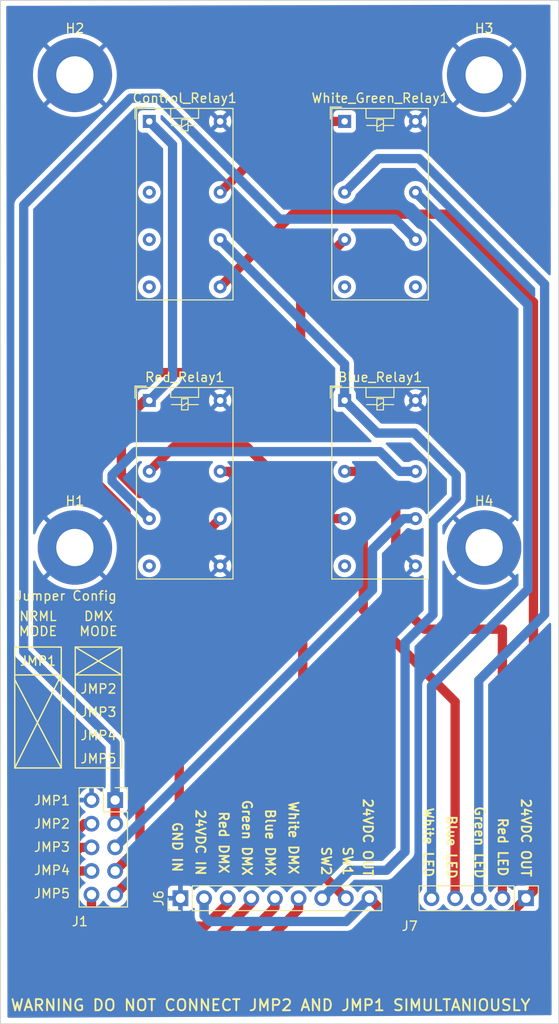
<source format=kicad_pcb>
(kicad_pcb (version 20221018) (generator pcbnew)
  (layers (0 "F.Cu" signal) (31 "B.Cu" signal) (34 "B.Paste" user) (35 "F.Paste" user) (36 "B.SilkS" user "B.Silkscreen") (37 "F.SilkS" user "F.Silkscreen") (38 "B.Mask" user) (39 "F.Mask" user) (44 "Edge.Cuts" user))
  (net 0 "")
  (net 1 "GND")
  (net 2 "RedLED")
  (net 3 "RedDMX")
  (net 4 "RedSwitch")
  (net 5 "WhiteLED")
  (net 6 "WhiteDMX")
  (net 7 "BlueLED")
  (net 8 "BlueDMX")
  (net 9 "BlueSwitch")
  (net 10 "+24V")
  (net 11 "GreenDMX")
  (net 12 "GreenLED")
  (net 13 "Net-(Blue_Relay1-Pad6)")
  (net 15 "BlueSource")
  (net 16 "Net-(Blue_Relay1-Pad13)")
  (net 20 "Net-(Control_Relay1-Pad13)")
  (net 22 "RedSource")
  (net 23 "GreenSource")
  (net 26 "WhiteSource")
  (footprint "MountingHole:MountingHole_4mm_Pad" (layer "F.Cu") (at 98 48)
    (fp_text reference "H2" (at 0 -5) (layer "F.SilkS"))
    (fp_text value "MountingHole_Pad")
    (pad "1" thru_hole circle (at 0 0) (size 8 8) (drill 4) (layers "*.Cu" "*.Mask") (net 1 "GND"))
  )
  (footprint "Relay_THT:Relay_DPDT_Omron_G5V-2" (layer "F.Cu") (at 127 53)
    (fp_text reference "White_Green_Relay1" (at 3.81 -2.5) (layer "F.SilkS"))
    (fp_text value "G5V-2")
    (fp_line (start -1.54 -1.55) (end -0.33 -1.55) (stroke (width 0.12)) (layer "F.SilkS"))
    (fp_line (start -1.54 -0.25) (end -1.54 -1.55) (stroke (width 0.12)) (layer "F.SilkS"))
    (fp_line (start -1.38 -1.4) (end -1.38 19.19) (stroke (width 0.12)) (layer "F.SilkS"))
    (fp_line (start -1.38 19.19) (end 9 19.19) (stroke (width 0.12)) (layer "F.SilkS"))
    (fp_line (start 2.3 -1.4) (end 2.3 -0.36) (stroke (width 0.12)) (layer "F.SilkS"))
    (fp_line (start 2.3 -0.34) (end 5.3 -0.34) (stroke (width 0.12)) (layer "F.SilkS"))
    (fp_line (start 3.47 -0.19) (end 3.47 1.01) (stroke (width 0.12)) (layer "F.SilkS"))
    (fp_line (start 3.47 0.44) (end 2.37 0.44) (stroke (width 0.12)) (layer "F.SilkS"))
    (fp_line (start 3.47 0.61) (end 4.17 0.21) (stroke (width 0.12)) (layer "F.SilkS"))
    (fp_line (start 3.47 1.01) (end 4.17 1.01) (stroke (width 0.12)) (layer "F.SilkS"))
    (fp_line (start 4.17 -0.19) (end 3.47 -0.19) (stroke (width 0.12)) (layer "F.SilkS"))
    (fp_line (start 4.17 0.44) (end 5.27 0.44) (stroke (width 0.12)) (layer "F.SilkS"))
    (fp_line (start 4.17 1.01) (end 4.17 -0.19) (stroke (width 0.12)) (layer "F.SilkS"))
    (fp_line (start 5.3 -0.34) (end 5.3 -1.4) (stroke (width 0.12)) (layer "F.SilkS"))
    (fp_line (start 9 -1.4) (end -1.38 -1.4) (stroke (width 0.12)) (layer "F.SilkS"))
    (fp_line (start 9 19.19) (end 9 -1.4) (stroke (width 0.12)) (layer "F.SilkS"))
    (pad "1" thru_hole rect (at 0 0) (size 1.4 1.4) (drill 0.7) (layers "*.Cu" "*.Mask") (net 20 "Net-(Control_Relay1-Pad13)"))
    (pad "4" thru_hole circle (at 0 7.62) (size 1.4 1.4) (drill 0.7) (layers "*.Cu" "*.Mask") (net 12 "GreenLED"))
    (pad "6" thru_hole circle (at 0 12.7) (size 1.4 1.4) (drill 0.7) (layers "*.Cu" "*.Mask") (net 23 "GreenSource"))
    (pad "8" thru_hole circle (at 0 17.78) (size 1.4 1.4) (drill 0.7) (layers "*.Cu" "*.Mask"))
    (pad "9" thru_hole circle (at 7.62 17.78) (size 1.4 1.4) (drill 0.7) (layers "*.Cu" "*.Mask"))
    (pad "11" thru_hole circle (at 7.62 12.7) (size 1.4 1.4) (drill 0.7) (layers "*.Cu" "*.Mask") (net 26 "WhiteSource"))
    (pad "13" thru_hole circle (at 7.62 7.62) (size 1.4 1.4) (drill 0.7) (layers "*.Cu" "*.Mask") (net 5 "WhiteLED"))
    (pad "16" thru_hole circle (at 7.62 0) (size 1.4 1.4) (drill 0.7) (layers "*.Cu" "*.Mask") (net 1 "GND"))
  )
  (footprint "MountingHole:MountingHole_4mm_Pad" (layer "F.Cu") (at 98 98.8)
    (fp_text reference "H1" (at 0 -5) (layer "F.SilkS"))
    (fp_text value "MountingHole_Pad")
    (pad "1" thru_hole circle (at 0 0) (size 8 8) (drill 4) (layers "*.Cu" "*.Mask") (net 1 "GND"))
  )
  (footprint "MountingHole:MountingHole_4mm_Pad" (layer "F.Cu") (at 142 98.8)
    (fp_text reference "H4" (at 0 -5) (layer "F.SilkS"))
    (fp_text value "MountingHole_Pad")
    (pad "1" thru_hole circle (at 0 0) (size 8 8) (drill 4) (layers "*.Cu" "*.Mask") (net 1 "GND"))
  )
  (footprint "Connector_PinSocket_2.54mm:PinSocket_2x05_P2.54mm_Vertical" (layer "F.Cu") (at 102.3277 125.95)
    (fp_text reference "J1" (at -3.79 13.05) (layer "F.SilkS"))
    (fp_text value "Jumpers")
    (fp_line (start -3.87 -1.33) (end -3.87 11.49) (stroke (width 0.12)) (layer "F.SilkS"))
    (fp_line (start -3.87 -1.33) (end -1.27 -1.33) (stroke (width 0.12)) (layer "F.SilkS"))
    (fp_line (start -3.87 11.49) (end 1.33 11.49) (stroke (width 0.12)) (layer "F.SilkS"))
    (fp_line (start -1.27 -1.33) (end -1.27 1.27) (stroke (width 0.12)) (layer "F.SilkS"))
    (fp_line (start -1.27 1.27) (end 1.33 1.27) (stroke (width 0.12)) (layer "F.SilkS"))
    (fp_line (start 0 -1.33) (end 1.33 -1.33) (stroke (width 0.12)) (layer "F.SilkS"))
    (fp_line (start 1.33 -1.33) (end 1.33 0) (stroke (width 0.12)) (layer "F.SilkS"))
    (fp_line (start 1.33 1.27) (end 1.33 11.49) (stroke (width 0.12)) (layer "F.SilkS"))
    (pad "1a" thru_hole oval (at -2.54 0) (size 1.7 1.7) (drill 1) (layers "*.Cu" "*.Mask") (net 1 "GND"))
    (pad "1b" thru_hole rect (at 0 0) (size 1.7 1.7) (drill 1) (layers "*.Cu" "*.Mask") (net 26 "WhiteSource"))
    (pad "2a" thru_hole oval (at -2.54 2.54) (size 1.7 1.7) (drill 1) (layers "*.Cu" "*.Mask") (net 6 "WhiteDMX"))
    (pad "2b" thru_hole oval (at 0 2.54) (size 1.7 1.7) (drill 1) (layers "*.Cu" "*.Mask") (net 26 "WhiteSource"))
    (pad "3a" thru_hole oval (at -2.54 5.08) (size 1.7 1.7) (drill 1) (layers "*.Cu" "*.Mask") (net 8 "BlueDMX"))
    (pad "3b" thru_hole oval (at 0 5.08) (size 1.7 1.7) (drill 1) (layers "*.Cu" "*.Mask") (net 15 "BlueSource"))
    (pad "4a" thru_hole oval (at -2.54 7.62) (size 1.7 1.7) (drill 1) (layers "*.Cu" "*.Mask") (net 11 "GreenDMX"))
    (pad "4b" thru_hole oval (at 0 7.62) (size 1.7 1.7) (drill 1) (layers "*.Cu" "*.Mask") (net 23 "GreenSource"))
    (pad "5a" thru_hole oval (at -2.54 10.16) (size 1.7 1.7) (drill 1) (layers "*.Cu" "*.Mask") (net 3 "RedDMX"))
    (pad "5b" thru_hole oval (at 0 10.16) (size 1.7 1.7) (drill 1) (layers "*.Cu" "*.Mask") (net 22 "RedSource"))
  )
  (footprint "Connector_PinHeader_2.54mm:PinHeader_1x05_P2.54mm_Vertical" (layer "F.Cu") (at 146.5 136.5 -90)
    (fp_text reference "J7" (at 3 12.5 180) (layer "F.SilkS"))
    (fp_text value "LEDOUTPUTS")
    (fp_line (start -1.33 -1.33) (end 0 -1.33) (stroke (width 0.12)) (layer "F.SilkS"))
    (fp_line (start -1.33 0) (end -1.33 -1.33) (stroke (width 0.12)) (layer "F.SilkS"))
    (fp_line (start -1.33 1.27) (end -1.33 11.49) (stroke (width 0.12)) (layer "F.SilkS"))
    (fp_line (start -1.33 1.27) (end 1.33 1.27) (stroke (width 0.12)) (layer "F.SilkS"))
    (fp_line (start -1.33 11.49) (end 1.33 11.49) (stroke (width 0.12)) (layer "F.SilkS"))
    (fp_line (start 1.33 1.27) (end 1.33 11.49) (stroke (width 0.12)) (layer "F.SilkS"))
    (pad "1" thru_hole rect (at 0 0 270) (size 1.7 1.7) (drill 1) (layers "*.Cu" "*.Mask") (net 10 "+24V"))
    (pad "2" thru_hole oval (at 0 2.54 270) (size 1.7 1.7) (drill 1) (layers "*.Cu" "*.Mask") (net 2 "RedLED"))
    (pad "3" thru_hole oval (at 0 5.08 270) (size 1.7 1.7) (drill 1) (layers "*.Cu" "*.Mask") (net 12 "GreenLED"))
    (pad "4" thru_hole oval (at 0 7.62 270) (size 1.7 1.7) (drill 1) (layers "*.Cu" "*.Mask") (net 7 "BlueLED"))
    (pad "5" thru_hole oval (at 0 10.16 270) (size 1.7 1.7) (drill 1) (layers "*.Cu" "*.Mask") (net 5 "WhiteLED"))
  )
  (footprint "Relay_THT:Relay_DPDT_Omron_G5V-2" (layer "F.Cu") (at 106 83)
    (fp_text reference "Red_Relay1" (at 3.81 -2.5) (layer "F.SilkS"))
    (fp_text value "G5V-2")
    (fp_line (start -1.54 -1.55) (end -0.33 -1.55) (stroke (width 0.12)) (layer "F.SilkS"))
    (fp_line (start -1.54 -0.25) (end -1.54 -1.55) (stroke (width 0.12)) (layer "F.SilkS"))
    (fp_line (start -1.38 -1.4) (end -1.38 19.19) (stroke (width 0.12)) (layer "F.SilkS"))
    (fp_line (start -1.38 19.19) (end 9 19.19) (stroke (width 0.12)) (layer "F.SilkS"))
    (fp_line (start 2.3 -1.4) (end 2.3 -0.36) (stroke (width 0.12)) (layer "F.SilkS"))
    (fp_line (start 2.3 -0.34) (end 5.3 -0.34) (stroke (width 0.12)) (layer "F.SilkS"))
    (fp_line (start 3.47 -0.19) (end 3.47 1.01) (stroke (width 0.12)) (layer "F.SilkS"))
    (fp_line (start 3.47 0.44) (end 2.37 0.44) (stroke (width 0.12)) (layer "F.SilkS"))
    (fp_line (start 3.47 0.61) (end 4.17 0.21) (stroke (width 0.12)) (layer "F.SilkS"))
    (fp_line (start 3.47 1.01) (end 4.17 1.01) (stroke (width 0.12)) (layer "F.SilkS"))
    (fp_line (start 4.17 -0.19) (end 3.47 -0.19) (stroke (width 0.12)) (layer "F.SilkS"))
    (fp_line (start 4.17 0.44) (end 5.27 0.44) (stroke (width 0.12)) (layer "F.SilkS"))
    (fp_line (start 4.17 1.01) (end 4.17 -0.19) (stroke (width 0.12)) (layer "F.SilkS"))
    (fp_line (start 5.3 -0.34) (end 5.3 -1.4) (stroke (width 0.12)) (layer "F.SilkS"))
    (fp_line (start 9 -1.4) (end -1.38 -1.4) (stroke (width 0.12)) (layer "F.SilkS"))
    (fp_line (start 9 19.19) (end 9 -1.4) (stroke (width 0.12)) (layer "F.SilkS"))
    (pad "1" thru_hole rect (at 0 0) (size 1.4 1.4) (drill 0.7) (layers "*.Cu" "*.Mask") (net 4 "RedSwitch"))
    (pad "4" thru_hole circle (at 0 7.62) (size 1.4 1.4) (drill 0.7) (layers "*.Cu" "*.Mask") (net 7 "BlueLED"))
    (pad "6" thru_hole circle (at 0 12.7) (size 1.4 1.4) (drill 0.7) (layers "*.Cu" "*.Mask") (net 16 "Net-(Blue_Relay1-Pad13)"))
    (pad "8" thru_hole circle (at 0 17.78) (size 1.4 1.4) (drill 0.7) (layers "*.Cu" "*.Mask"))
    (pad "9" thru_hole circle (at 7.62 17.78) (size 1.4 1.4) (drill 0.7) (layers "*.Cu" "*.Mask") (net 1 "GND"))
    (pad "11" thru_hole circle (at 7.62 12.7) (size 1.4 1.4) (drill 0.7) (layers "*.Cu" "*.Mask") (net 22 "RedSource"))
    (pad "13" thru_hole circle (at 7.62 7.62) (size 1.4 1.4) (drill 0.7) (layers "*.Cu" "*.Mask") (net 13 "Net-(Blue_Relay1-Pad6)"))
    (pad "16" thru_hole circle (at 7.62 0) (size 1.4 1.4) (drill 0.7) (layers "*.Cu" "*.Mask") (net 1 "GND"))
  )
  (footprint "Relay_THT:Relay_DPDT_Omron_G5V-2" (layer "F.Cu") (at 106 53)
    (fp_text reference "Control_Relay1" (at 3.81 -2.5) (layer "F.SilkS"))
    (fp_text value "G5V-2")
    (fp_line (start -1.54 -1.55) (end -0.33 -1.55) (stroke (width 0.12)) (layer "F.SilkS"))
    (fp_line (start -1.54 -0.25) (end -1.54 -1.55) (stroke (width 0.12)) (layer "F.SilkS"))
    (fp_line (start -1.38 -1.4) (end -1.38 19.19) (stroke (width 0.12)) (layer "F.SilkS"))
    (fp_line (start -1.38 19.19) (end 9 19.19) (stroke (width 0.12)) (layer "F.SilkS"))
    (fp_line (start 2.3 -1.4) (end 2.3 -0.36) (stroke (width 0.12)) (layer "F.SilkS"))
    (fp_line (start 2.3 -0.34) (end 5.3 -0.34) (stroke (width 0.12)) (layer "F.SilkS"))
    (fp_line (start 3.47 -0.19) (end 3.47 1.01) (stroke (width 0.12)) (layer "F.SilkS"))
    (fp_line (start 3.47 0.44) (end 2.37 0.44) (stroke (width 0.12)) (layer "F.SilkS"))
    (fp_line (start 3.47 0.61) (end 4.17 0.21) (stroke (width 0.12)) (layer "F.SilkS"))
    (fp_line (start 3.47 1.01) (end 4.17 1.01) (stroke (width 0.12)) (layer "F.SilkS"))
    (fp_line (start 4.17 -0.19) (end 3.47 -0.19) (stroke (width 0.12)) (layer "F.SilkS"))
    (fp_line (start 4.17 0.44) (end 5.27 0.44) (stroke (width 0.12)) (layer "F.SilkS"))
    (fp_line (start 4.17 1.01) (end 4.17 -0.19) (stroke (width 0.12)) (layer "F.SilkS"))
    (fp_line (start 5.3 -0.34) (end 5.3 -1.4) (stroke (width 0.12)) (layer "F.SilkS"))
    (fp_line (start 9 -1.4) (end -1.38 -1.4) (stroke (width 0.12)) (layer "F.SilkS"))
    (fp_line (start 9 19.19) (end 9 -1.4) (stroke (width 0.12)) (layer "F.SilkS"))
    (pad "1" thru_hole rect (at 0 0) (size 1.4 1.4) (drill 0.7) (layers "*.Cu" "*.Mask") (net 4 "RedSwitch"))
    (pad "4" thru_hole circle (at 0 7.62) (size 1.4 1.4) (drill 0.7) (layers "*.Cu" "*.Mask"))
    (pad "6" thru_hole circle (at 0 12.7) (size 1.4 1.4) (drill 0.7) (layers "*.Cu" "*.Mask"))
    (pad "8" thru_hole circle (at 0 17.78) (size 1.4 1.4) (drill 0.7) (layers "*.Cu" "*.Mask"))
    (pad "9" thru_hole circle (at 7.62 17.78) (size 1.4 1.4) (drill 0.7) (layers "*.Cu" "*.Mask") (net 10 "+24V"))
    (pad "11" thru_hole circle (at 7.62 12.7) (size 1.4 1.4) (drill 0.7) (layers "*.Cu" "*.Mask") (net 9 "BlueSwitch"))
    (pad "13" thru_hole circle (at 7.62 7.62) (size 1.4 1.4) (drill 0.7) (layers "*.Cu" "*.Mask") (net 20 "Net-(Control_Relay1-Pad13)"))
    (pad "16" thru_hole circle (at 7.62 0) (size 1.4 1.4) (drill 0.7) (layers "*.Cu" "*.Mask") (net 1 "GND"))
  )
  (footprint "MountingHole:MountingHole_4mm_Pad" (layer "F.Cu") (at 142 48)
    (fp_text reference "H3" (at 0 -5) (layer "F.SilkS"))
    (fp_text value "MountingHole_Pad")
    (pad "1" thru_hole circle (at 0 0) (size 8 8) (drill 4) (layers "*.Cu" "*.Mask") (net 1 "GND"))
  )
  (footprint "Relay_THT:Relay_DPDT_Omron_G5V-2" (layer "F.Cu") (at 127 83)
    (fp_text reference "Blue_Relay1" (at 3.81 -2.5) (layer "F.SilkS"))
    (fp_text value "G5V-2")
    (fp_line (start -1.54 -1.55) (end -0.33 -1.55) (stroke (width 0.12)) (layer "F.SilkS"))
    (fp_line (start -1.54 -0.25) (end -1.54 -1.55) (stroke (width 0.12)) (layer "F.SilkS"))
    (fp_line (start -1.38 -1.4) (end -1.38 19.19) (stroke (width 0.12)) (layer "F.SilkS"))
    (fp_line (start -1.38 19.19) (end 9 19.19) (stroke (width 0.12)) (layer "F.SilkS"))
    (fp_line (start 2.3 -1.4) (end 2.3 -0.36) (stroke (width 0.12)) (layer "F.SilkS"))
    (fp_line (start 2.3 -0.34) (end 5.3 -0.34) (stroke (width 0.12)) (layer "F.SilkS"))
    (fp_line (start 3.47 -0.19) (end 3.47 1.01) (stroke (width 0.12)) (layer "F.SilkS"))
    (fp_line (start 3.47 0.44) (end 2.37 0.44) (stroke (width 0.12)) (layer "F.SilkS"))
    (fp_line (start 3.47 0.61) (end 4.17 0.21) (stroke (width 0.12)) (layer "F.SilkS"))
    (fp_line (start 3.47 1.01) (end 4.17 1.01) (stroke (width 0.12)) (layer "F.SilkS"))
    (fp_line (start 4.17 -0.19) (end 3.47 -0.19) (stroke (width 0.12)) (layer "F.SilkS"))
    (fp_line (start 4.17 0.44) (end 5.27 0.44) (stroke (width 0.12)) (layer "F.SilkS"))
    (fp_line (start 4.17 1.01) (end 4.17 -0.19) (stroke (width 0.12)) (layer "F.SilkS"))
    (fp_line (start 5.3 -0.34) (end 5.3 -1.4) (stroke (width 0.12)) (layer "F.SilkS"))
    (fp_line (start 9 -1.4) (end -1.38 -1.4) (stroke (width 0.12)) (layer "F.SilkS"))
    (fp_line (start 9 19.19) (end 9 -1.4) (stroke (width 0.12)) (layer "F.SilkS"))
    (pad "1" thru_hole rect (at 0 0) (size 1.4 1.4) (drill 0.7) (layers "*.Cu" "*.Mask") (net 9 "BlueSwitch"))
    (pad "4" thru_hole circle (at 0 7.62) (size 1.4 1.4) (drill 0.7) (layers "*.Cu" "*.Mask") (net 2 "RedLED"))
    (pad "6" thru_hole circle (at 0 12.7) (size 1.4 1.4) (drill 0.7) (layers "*.Cu" "*.Mask") (net 13 "Net-(Blue_Relay1-Pad6)"))
    (pad "8" thru_hole circle (at 0 17.78) (size 1.4 1.4) (drill 0.7) (layers "*.Cu" "*.Mask"))
    (pad "9" thru_hole circle (at 7.62 17.78) (size 1.4 1.4) (drill 0.7) (layers "*.Cu" "*.Mask") (net 1 "GND"))
    (pad "11" thru_hole circle (at 7.62 12.7) (size 1.4 1.4) (drill 0.7) (layers "*.Cu" "*.Mask") (net 15 "BlueSource"))
    (pad "13" thru_hole circle (at 7.62 7.62) (size 1.4 1.4) (drill 0.7) (layers "*.Cu" "*.Mask") (net 16 "Net-(Blue_Relay1-Pad13)"))
    (pad "16" thru_hole circle (at 7.62 0) (size 1.4 1.4) (drill 0.7) (layers "*.Cu" "*.Mask") (net 1 "GND"))
  )
  (footprint "Connector_PinHeader_2.54mm:PinHeader_1x09_P2.54mm_Vertical" (layer "F.Cu") (at 109.35 136.5 90)
    (fp_text reference "J6" (at 0 -2.33 90) (layer "F.SilkS"))
    (fp_text value "DMXINPUTS")
    (fp_line (start -1.33 -1.33) (end 0 -1.33) (stroke (width 0.12)) (layer "F.SilkS"))
    (fp_line (start -1.33 0) (end -1.33 -1.33) (stroke (width 0.12)) (layer "F.SilkS"))
    (fp_line (start -1.33 1.27) (end -1.33 21.65) (stroke (width 0.12)) (layer "F.SilkS"))
    (fp_line (start -1.33 1.27) (end 1.33 1.27) (stroke (width 0.12)) (layer "F.SilkS"))
    (fp_line (start -1.33 21.65) (end 1.33 21.65) (stroke (width 0.12)) (layer "F.SilkS"))
    (fp_line (start 1.33 1.27) (end 1.33 21.65) (stroke (width 0.12)) (layer "F.SilkS"))
    (pad "1" thru_hole rect (at 0 0 90) (size 1.7 1.7) (drill 1) (layers "*.Cu" "*.Mask") (net 1 "GND"))
    (pad "2" thru_hole oval (at 0 2.54 90) (size 1.7 1.7) (drill 1) (layers "*.Cu" "*.Mask") (net 10 "+24V"))
    (pad "3" thru_hole oval (at 0 5.08 90) (size 1.7 1.7) (drill 1) (layers "*.Cu" "*.Mask") (net 3 "RedDMX"))
    (pad "4" thru_hole oval (at 0 7.62 90) (size 1.7 1.7) (drill 1) (layers "*.Cu" "*.Mask") (net 11 "GreenDMX"))
    (pad "5" thru_hole oval (at 0 10.16 90) (size 1.7 1.7) (drill 1) (layers "*.Cu" "*.Mask") (net 8 "BlueDMX"))
    (pad "6" thru_hole oval (at 0 12.7 90) (size 1.7 1.7) (drill 1) (layers "*.Cu" "*.Mask") (net 6 "WhiteDMX"))
    (pad "7" thru_hole oval (at 0 15.24 90) (size 1.7 1.7) (drill 1) (layers "*.Cu" "*.Mask") (net 9 "BlueSwitch"))
    (pad "8" thru_hole oval (at 0 17.78 90) (size 1.7 1.7) (drill 1) (layers "*.Cu" "*.Mask") (net 4 "RedSwitch"))
    (pad "9" thru_hole oval (at 0 20.32 90) (size 1.7 1.7) (drill 1) (layers "*.Cu" "*.Mask") (net 10 "+24V"))
  )
  (gr_rect (start 91.5377 109.5) (end 96.5377 122.5) (stroke (width 0.15)) (fill none) (layer "F.SilkS"))
  (gr_line (start 91.5377 113) (end 96.5377 122.5) (stroke (width 0.15)) (layer "F.SilkS"))
  (gr_line (start 103.0377 112.5) (end 98.0377 109.5) (stroke (width 0.15)) (layer "F.SilkS"))
  (gr_line (start 96.5377 112.5) (end 91.5377 122.5) (stroke (width 0.15)) (layer "F.SilkS"))
  (gr_line (start 98.0377 112.5) (end 103.0377 109.5) (stroke (width 0.15)) (layer "F.SilkS"))
  (gr_line (start 91.5377 112.5) (end 96.5377 112.5) (stroke (width 0.15)) (layer "F.SilkS"))
  (gr_line (start 98.0377 112.5) (end 103.0377 112.5) (stroke (width 0.15)) (layer "F.SilkS"))
  (gr_rect (start 98.0377 109.5) (end 103.0377 122.5) (stroke (width 0.15)) (fill none) (layer "F.SilkS"))
  (gr_rect (start 90 40) (end 150 150) (stroke (width 0.1)) (fill none) (layer "Edge.Cuts"))
  (gr_text "JMP5" (at 95.5377 136) (layer "F.SilkS") (effects (font (size 1 1))))
  (gr_text "Green DMX\n" (at 116.5 130 270) (layer "F.SilkS") (effects (font (size 1 1) (thickness 0.2))))
  (gr_text "SW2" (at 125.0173 132.5 270) (layer "F.SilkS") (effects (font (size 1 1) (thickness 0.2))))
  (gr_text "NRML\nMODE" (at 94.0377 107) (layer "F.SilkS") (effects (font (size 1 1))))
  (gr_text "JMP3" (at 100.5377 116.5) (layer "F.SilkS") (effects (font (size 1 1))))
  (gr_text "Red DMX" (at 114 130.5 270) (layer "F.SilkS") (effects (font (size 1 1) (thickness 0.2))))
  (gr_text "Blue LED" (at 138.5 131 270) (layer "F.SilkS") (effects (font (size 1 1) (thickness 0.2))))
  (gr_text "24VDC OUT" (at 129.5 130 270) (layer "F.SilkS") (effects (font (size 1 1) (thickness 0.2))))
  (gr_text "DMX\nMODE" (at 100.5377 107) (layer "F.SilkS") (effects (font (size 1 1))))
  (gr_text "Green LED" (at 141.5 130.5 270) (layer "F.SilkS") (effects (font (size 1 1) (thickness 0.2))))
  (gr_text "SW1\n\n" (at 126.5173 132.5 270) (layer "F.SilkS") (effects (font (size 1 1) (thickness 0.2))))
  (gr_text "White LED\n" (at 136 130.5 270) (layer "F.SilkS") (effects (font (size 1 1) (thickness 0.2))))
  (gr_text "WARNING DO NOT CONNECT JMP2 AND JMP1 SIMULTANIOUSLY" (at 119.0377 148) (layer "F.SilkS") (effects (font (size 1.2 1.2) (thickness 0.2))))
  (gr_text "Blue DMX\n" (at 119 130.5 270) (layer "F.SilkS") (effects (font (size 1 1) (thickness 0.2))))
  (gr_text "White DMX\n" (at 121.5 130 270) (layer "F.SilkS") (effects (font (size 1 1) (thickness 0.2))))
  (gr_text "JMP4" (at 95.5377 133.5) (layer "F.SilkS") (effects (font (size 1 1))))
  (gr_text "GND IN" (at 109 131 270) (layer "F.SilkS") (effects (font (size 1 1) (thickness 0.2))))
  (gr_text "24VDC OUT" (at 146.5 130 270) (layer "F.SilkS") (effects (font (size 1 1) (thickness 0.2))))
  (gr_text "Jumper Config\n" (at 97.0377 104) (layer "F.SilkS") (effects (font (size 1 1))))
  (gr_text "Red LED\n" (at 144 131 270) (layer "F.SilkS") (effects (font (size 1 1) (thickness 0.2))))
  (gr_text "JMP5" (at 100.5377 121.5) (layer "F.SilkS") (effects (font (size 1 1))))
  (gr_text "JMP2" (at 100.5377 114) (layer "F.SilkS") (effects (font (size 1 1))))
  (gr_text "24VDC IN\n" (at 111.5 130.5 270) (layer "F.SilkS") (effects (font (size 1 1) (thickness 0.2))))
  (gr_text "JMP2" (at 95.5377 128.5) (layer "F.SilkS") (effects (font (size 1 1))))
  (gr_text "JMP4" (at 100.5377 119) (layer "F.SilkS") (effects (font (size 1 1))))
  (gr_text "JMP3" (at 95.5377 131) (layer "F.SilkS") (effects (font (size 1 1))))
  (gr_text "JMP1" (at 94.0377 111) (layer "F.SilkS") (effects (font (size 1 1))))
  (gr_text "JMP1" (at 95.5377 126) (layer "F.SilkS") (effects (font (size 1 1))))
  (segment (start 132.5 104.5) (end 135.58 107.58) (width 1) (layer "F.Cu") (net 2))
  (segment (start 143.96 107.58) (end 143.96 136.5) (width 1) (layer "F.Cu") (net 2))
  (segment (start 130.62 90.62) (end 132.5 92.5) (width 1) (layer "F.Cu") (net 2))
  (segment (start 132.5 92.5) (end 132.5 104.5) (width 1) (layer "F.Cu") (net 2))
  (segment (start 135.58 107.58) (end 143.96 107.58) (width 1) (layer "F.Cu") (net 2))
  (segment (start 127 90.62) (end 130.62 90.62) (width 1) (layer "F.Cu") (net 2))
  (segment (start 99.7877 136.11) (end 99.7877 138.2877) (width 1) (layer "F.Cu") (net 3))
  (segment (start 101 139.5) (end 112 139.5) (width 1) (layer "F.Cu") (net 3))
  (segment (start 112 139.5) (end 114.43 137.07) (width 1) (layer "F.Cu") (net 3))
  (segment (start 99.7877 138.2877) (end 101 139.5) (width 1) (layer "F.Cu") (net 3))
  (segment (start 114.43 137.07) (end 114.43 136.5) (width 1) (layer "F.Cu") (net 3))
  (segment (start 127.13 136.5) (end 122.5 131.87) (width 1) (layer "F.Cu") (net 4))
  (segment (start 103 85.5) (end 105.5 83) (width 1) (layer "F.Cu") (net 4))
  (segment (start 105.5 83) (end 106 83) (width 1) (layer "F.Cu") (net 4))
  (segment (start 122.5 131.87) (end 122.5 101.5) (width 1) (layer "F.Cu") (net 4))
  (segment (start 105 93) (end 103 91) (width 1) (layer "F.Cu") (net 4))
  (segment (start 114 93) (end 105 93) (width 1) (layer "F.Cu") (net 4))
  (segment (start 122.5 101.5) (end 114 93) (width 1) (layer "F.Cu") (net 4))
  (segment (start 103 91) (end 103 85.5) (width 1) (layer "F.Cu") (net 4))
  (segment (start 108.5 80.5) (end 106 83) (width 1) (layer "B.Cu") (net 4))
  (segment (start 106 53) (end 108.5 55.5) (width 1) (layer "B.Cu") (net 4))
  (segment (start 108.5 55.5) (end 108.5 80.5) (width 1) (layer "B.Cu") (net 4))
  (segment (start 134.62 60.62) (end 146.699511 72.699511) (width 1) (layer "B.Cu") (net 5))
  (segment (start 146.699511 103.300489) (end 136.34 113.66) (width 1) (layer "B.Cu") (net 5))
  (segment (start 136.34 113.66) (end 136.34 136.5) (width 1) (layer "B.Cu") (net 5))
  (segment (start 146.699511 72.699511) (end 146.699511 103.300489) (width 1) (layer "B.Cu") (net 5))
  (segment (start 93.5 134) (end 93.5 141) (width 1) (layer "F.Cu") (net 6))
  (segment (start 98 145.5) (end 114.252081 145.5) (width 1) (layer "F.Cu") (net 6))
  (segment (start 93.5 141) (end 98 145.5) (width 1) (layer "F.Cu") (net 6))
  (segment (start 114.252081 145.5) (end 122.05 137.702081) (width 1) (layer "F.Cu") (net 6))
  (segment (start 99.01 128.49) (end 93.5 134) (width 1) (layer "F.Cu") (net 6))
  (segment (start 122.05 137.702081) (end 122.05 136.5) (width 1) (layer "F.Cu") (net 6))
  (segment (start 99.7877 128.49) (end 99.01 128.49) (width 1) (layer "F.Cu") (net 6))
  (segment (start 126.5 92.5) (end 121 92.5) (width 1) (layer "F.Cu") (net 7))
  (segment (start 129 105.5) (end 129 95) (width 1) (layer "F.Cu") (net 7))
  (segment (start 108.62 88) (end 106 90.62) (width 1) (layer "F.Cu") (net 7))
  (segment (start 138.88 115.38) (end 129 105.5) (width 1) (layer "F.Cu") (net 7))
  (segment (start 138.88 136.5) (end 138.88 115.38) (width 1) (layer "F.Cu") (net 7))
  (segment (start 116.5 88) (end 108.62 88) (width 1) (layer "F.Cu") (net 7))
  (segment (start 121 92.5) (end 116.5 88) (width 1) (layer "F.Cu") (net 7))
  (segment (start 129 95) (end 126.5 92.5) (width 1) (layer "F.Cu") (net 7))
  (segment (start 119.51 137.49) (end 113.5 143.5) (width 1) (layer "F.Cu") (net 8))
  (segment (start 99.5677 131.03) (end 99.5377 131) (width 1) (layer "F.Cu") (net 8))
  (segment (start 113.5 143.5) (end 99 143.5) (width 1) (layer "F.Cu") (net 8))
  (segment (start 99 143.5) (end 95.5 140) (width 1) (layer "F.Cu") (net 8))
  (segment (start 98.585619 131.03) (end 99.7877 131.03) (width 1) (layer "F.Cu") (net 8))
  (segment (start 95.5 134.115619) (end 98.585619 131.03) (width 1) (layer "F.Cu") (net 8))
  (segment (start 95.5 140) (end 95.5 134.115619) (width 1) (layer "F.Cu") (net 8))
  (segment (start 119.51 136.5) (end 119.51 137.49) (width 1) (layer "F.Cu") (net 8))
  (segment (start 139 93.5) (end 139 91) (width 1) (layer "B.Cu") (net 9))
  (segment (start 136.5 96) (end 139 93.5) (width 1) (layer "B.Cu") (net 9))
  (segment (start 136.5 106) (end 136.5 96) (width 1) (layer "B.Cu") (net 9))
  (segment (start 133.5 131.5) (end 133.5 109) (width 1) (layer "B.Cu") (net 9))
  (segment (start 127 79.08) (end 113.62 65.7) (width 1) (layer "B.Cu") (net 9))
  (segment (start 139 91) (end 134.5 86.5) (width 1) (layer "B.Cu") (net 9))
  (segment (start 124.59 136.5) (end 127.59 133.5) (width 1) (layer "B.Cu") (net 9))
  (segment (start 133.5 109) (end 136.5 106) (width 1) (layer "B.Cu") (net 9))
  (segment (start 131.5 133.5) (end 133.5 131.5) (width 1) (layer "B.Cu") (net 9))
  (segment (start 130.5 86.5) (end 127 83) (width 1) (layer "B.Cu") (net 9))
  (segment (start 134.5 86.5) (end 130.5 86.5) (width 1) (layer "B.Cu") (net 9))
  (segment (start 127 83) (end 127 79.08) (width 1) (layer "B.Cu") (net 9))
  (segment (start 127.59 133.5) (end 131.5 133.5) (width 1) (layer "B.Cu") (net 9))
  (segment (start 132.17 139) (end 144 139) (width 1) (layer "F.Cu") (net 10))
  (segment (start 129.67 136.5) (end 132.17 139) (width 1) (layer "F.Cu") (net 10))
  (segment (start 147.3 72.425) (end 147.3 135.7) (width 1) (layer "F.Cu") (net 10))
  (segment (start 121.425 62.975) (end 137.85 62.975) (width 1) (layer "F.Cu") (net 10))
  (segment (start 137.85 62.975) (end 147.3 72.425) (width 1) (layer "F.Cu") (net 10))
  (segment (start 113.62 70.78) (end 121.425 62.975) (width 1) (layer "F.Cu") (net 10))
  (segment (start 144 139) (end 146.5 136.5) (width 1) (layer "F.Cu") (net 10))
  (segment (start 147.3 135.7) (end 146.5 136.5) (width 1) (layer "F.Cu") (net 10))
  (segment (start 129.67 136.5) (end 127.17 139) (width 1) (layer "B.Cu") (net 10))
  (segment (start 127.17 139) (end 112.5 139) (width 1) (layer "B.Cu") (net 10))
  (segment (start 112.5 139) (end 111.89 138.39) (width 1) (layer "B.Cu") (net 10))
  (segment (start 111.89 138.39) (end 111.89 136.5) (width 1) (layer "B.Cu") (net 10))
  (segment (start 99.5 141.5) (end 112.5 141.5) (width 1) (layer "F.Cu") (net 11))
  (segment (start 97.5 134.5) (end 97.5 139.5) (width 1) (layer "F.Cu") (net 11))
  (segment (start 98.43 133.57) (end 97.5 134.5) (width 1) (layer "F.Cu") (net 11))
  (segment (start 112.5 141.5) (end 116.97 137.03) (width 1) (layer "F.Cu") (net 11))
  (segment (start 97.5 139.5) (end 99.5 141.5) (width 1) (layer "F.Cu") (net 11))
  (segment (start 99.7877 133.57) (end 98.43 133.57) (width 1) (layer "F.Cu") (net 11))
  (segment (start 116.97 137.03) (end 116.97 136.5) (width 1) (layer "F.Cu") (net 11))
  (segment (start 127 60.62) (end 130.62 57) (width 1) (layer "B.Cu") (net 12))
  (segment (start 130.62 57) (end 135 57) (width 1) (layer "B.Cu") (net 12))
  (segment (start 141.42 113.08) (end 141.42 136.5) (width 1) (layer "B.Cu") (net 12))
  (segment (start 148.5 106) (end 141.42 113.08) (width 1) (layer "B.Cu") (net 12))
  (segment (start 148.5 70.5) (end 148.5 106) (width 1) (layer "B.Cu") (net 12))
  (segment (start 135 57) (end 148.5 70.5) (width 1) (layer "B.Cu") (net 12))
  (segment (start 114.62 90.62) (end 113.62 90.62) (width 1) (layer "F.Cu") (net 13))
  (segment (start 119.7 95.7) (end 114.62 90.62) (width 1) (layer "F.Cu") (net 13))
  (segment (start 127 95.7) (end 119.7 95.7) (width 1) (layer "F.Cu") (net 13))
  (segment (start 134.62 95.7) (end 133.3 95.7) (width 1) (layer "B.Cu") (net 15))
  (segment (start 130 103.3577) (end 102.3277 131.03) (width 1) (layer "B.Cu") (net 15))
  (segment (start 130 99) (end 130 103.3577) (width 1) (layer "B.Cu") (net 15))
  (segment (start 133.3 95.7) (end 130 99) (width 1) (layer "B.Cu") (net 15))
  (segment (start 132.923623 90.62) (end 130.803623 88.5) (width 1) (layer "B.Cu") (net 16))
  (segment (start 134.62 90.62) (end 132.923623 90.62) (width 1) (layer "B.Cu") (net 16))
  (segment (start 102 91.7) (end 106 95.7) (width 1) (layer "B.Cu") (net 16))
  (segment (start 102 91) (end 102 91.7) (width 1) (layer "B.Cu") (net 16))
  (segment (start 104.5 88.5) (end 102 91) (width 1) (layer "B.Cu") (net 16))
  (segment (start 130.803623 88.5) (end 104.5 88.5) (width 1) (layer "B.Cu") (net 16))
  (segment (start 127 53) (end 121.24 53) (width 1) (layer "F.Cu") (net 20))
  (segment (start 121.24 53) (end 113.62 60.62) (width 1) (layer "F.Cu") (net 20))
  (segment (start 109.21885 100.10115) (end 109.21885 129.21885) (width 1) (layer "F.Cu") (net 22))
  (segment (start 113.62 95.7) (end 109.21885 100.10115) (width 1) (layer "F.Cu") (net 22))
  (segment (start 109.21885 129.21885) (end 102.3277 136.11) (width 1) (layer "F.Cu") (net 22))
  (segment (start 103.5 95) (end 100 91.5) (width 1) (layer "F.Cu") (net 23))
  (segment (start 121.05 80) (end 122.275 78.775) (width 1) (layer "F.Cu") (net 23))
  (segment (start 122.275 70.425) (end 127 65.7) (width 1) (layer "F.Cu") (net 23))
  (segment (start 105 107) (end 103.5 105.5) (width 1) (layer "F.Cu") (net 23))
  (segment (start 105 130.8977) (end 105 107) (width 1) (layer "F.Cu") (net 23))
  (segment (start 100 83.5) (end 103.5 80) (width 1) (layer "F.Cu") (net 23))
  (segment (start 103.5 80) (end 121.05 80) (width 1) (layer "F.Cu") (net 23))
  (segment (start 122.275 78.775) (end 122.275 70.425) (width 1) (layer "F.Cu") (net 23))
  (segment (start 103.5 105.5) (end 103.5 95) (width 1) (layer "F.Cu") (net 23))
  (segment (start 102.3277 133.57) (end 105 130.8977) (width 1) (layer "F.Cu") (net 23))
  (segment (start 100 91.5) (end 100 83.5) (width 1) (layer "F.Cu") (net 23))
  (segment (start 102.3277 128.49) (end 102.3277 125.95) (width 1) (layer "F.Cu") (net 26))
  (segment (start 102.3277 119.8277) (end 102.3277 125.95) (width 1) (layer "B.Cu") (net 26))
  (segment (start 92.5 110) (end 102.3277 119.8277) (width 1) (layer "B.Cu") (net 26))
  (segment (start 134.62 65.7) (end 132.42 63.5) (width 1) (layer "B.Cu") (net 26))
  (segment (start 107 50.5) (end 104 50.5) (width 1) (layer "B.Cu") (net 26))
  (segment (start 92.5 62) (end 92.5 110) (width 1) (layer "B.Cu") (net 26))
  (segment (start 120 63.5) (end 107 50.5) (width 1) (layer "B.Cu") (net 26))
  (segment (start 104 50.5) (end 92.5 62) (width 1) (layer "B.Cu") (net 26))
  (segment (start 132.42 63.5) (end 120 63.5) (width 1) (layer "B.Cu") (net 26))
  (zone (net 1) (net_name "GND") (layer "B.Cu") (connect_pads (clearance 0.508)) (min_thickness 0.25) (fill yes (thermal_gap 0.5) (thermal_bridge_width 0.5))
    (polygon (pts (xy 90.625 40.575) (xy 149.125 40.45) (xy 149.25 149.075) (xy 90.75 149.35)))
  )
)
</source>
